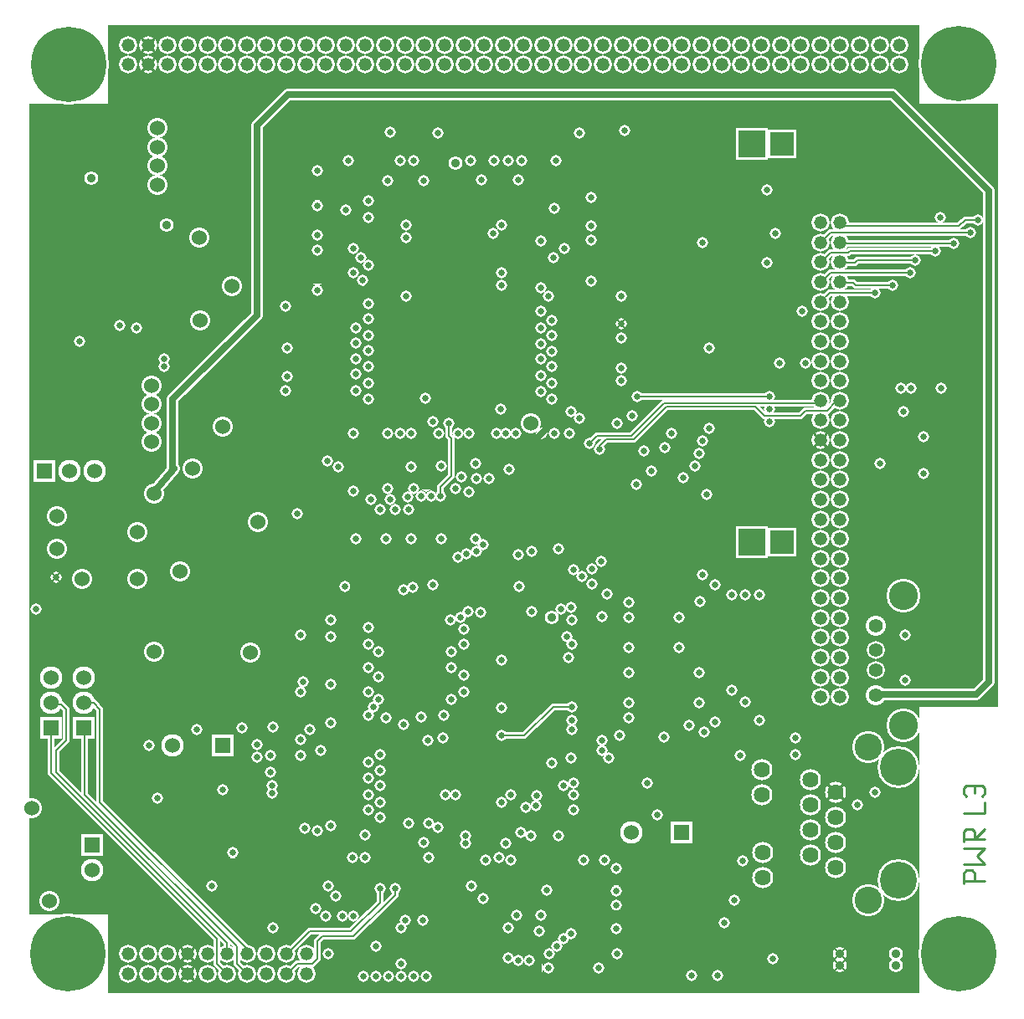
<source format=gbr>
G04 Title: (unknown), layergroup #3 *
G04 Creator: pcb-bin 1.99p *
G04 CreationDate: Sat Nov 20 18:57:41 2004 UTC *
G04 For: clock *
G04 Format: Gerber/RS-274X *
G04 PCB-Dimensions: 394051 394051 *
G04 PCB-Coordinate-Origin: lower left *
%MOIN*%
%FSLAX24Y24*%
G04 contains layers unused (6) *
%IPPOS*%
%ADD11C,0.0070*%
%ADD12C,0.0270*%
%ADD13C,0.0250*%
%ADD14C,0.0450*%
%ADD15C,0.0100*%
%ADD16C,0.0300*%
%ADD17C,0.0400*%
%ADD18C,0.0600*%
%ADD19C,0.0150*%
%ADD20C,0.0350*%
%ADD21R,0.0710X0.0710*%
%ADD22R,0.1010X0.1010*%
%ADD23C,0.0200*%
%ADD24C,0.0080*%
%ADD25R,0.0240X0.0240*%
%ADD26R,0.0540X0.0540*%
%ADD27C,0.0060*%
%ADD28C,0.0110*%
%ADD29C,0.0410*%
%ADD30R,0.0110X0.0110*%
%ADD31R,0.0410X0.0410*%
%ADD32C,0.0500*%
%ADD33R,0.0200X0.0200*%
%ADD34R,0.0500X0.0500*%
%ADD35C,0.0120*%
%ADD36C,0.0420*%
%ADD37R,0.0120X0.0120*%
%ADD38R,0.0420X0.0420*%
%ADD39R,0.0600X0.0600*%
%ADD40R,0.0900X0.0900X0.0600X0.0600*%
%ADD41R,0.0900X0.0900*%
%ADD42C,0.0900X0.0600*%
%ADD43C,0.0900*%
%ADD44R,0.1230X0.1230*%
%ADD45R,0.1530X0.1530*%
%ADD46R,0.0290X0.0290*%
%ADD47C,0.0520*%
%AMTHERM1*7,0,0,0.0720,0.0520,0.0110,45*%
%ADD48THERM1*%
%ADD49C,0.0720X0.0520*%
%ADD50C,0.0720*%
%AMTHERM2*7,0,0,0.0900,0.0600,0.0150,45*%
%ADD51THERM2*%
%ADD52C,0.3000*%
%ADD53C,0.3200X0.3000*%
%ADD54C,0.3200*%
%ADD55R,0.0470X0.0470*%
%ADD56R,0.0490X0.0490*%
%ADD57R,0.0790X0.0790*%
%ADD58R,0.0150X0.0150*%
%ADD59R,0.0450X0.0450*%
%ADD60C,0.1080*%
%ADD61C,0.0230*%
%AMTHERM3*7,0,0,0.1280,0.1080,0.0230,45*%
%ADD62THERM3*%
%ADD63C,0.1280X0.1080*%
%ADD64C,0.1280*%
%ADD65C,0.0640*%
%ADD66C,0.0840X0.0640*%
%ADD67C,0.0840*%
%AMTHERM4*7,0,0,0.0840,0.0640,0.0120,45*%
%ADD68THERM4*%
%ADD69C,0.1470*%
%ADD70C,0.1670X0.1470*%
%ADD71C,0.1670*%
%ADD72C,0.0145*%
%AMTHERM5*7,0,0,0.0840,0.0640,0.0145,45*%
%ADD73THERM5*%
%ADD74C,0.1150*%
%AMTHERM6*7,0,0,0.1350,0.1150,0.0120,45*%
%ADD75THERM6*%
%ADD76C,0.1350X0.1150*%
%ADD77C,0.1350*%
%ADD78C,0.0560*%
%ADD79C,0.0720X0.0560*%
%ADD80C,0.0800X0.0560*%
%ADD81C,0.0800*%
%AMTHERM7*7,0,0,0.0800,0.0560,0.0100,45*%
%ADD82THERM7*%
%ADD83C,0.0160*%
%ADD84C,0.0460*%
%ADD85R,0.0160X0.0160*%
%ADD86R,0.0460X0.0460*%
%ADD87R,0.2000X0.2000*%
%ADD88R,0.2200X0.2200*%
%ADD89R,0.2350X0.2350*%
%ADD90R,0.1100X0.1100*%
%ADD91R,0.1300X0.1300X0.1100X0.1100*%
%ADD92R,0.1300X0.1300*%
%ADD93R,0.0950X0.0950*%
%ADD94R,0.1150X0.1150X0.0950X0.0950*%
%ADD95R,0.1150X0.1150*%
%ADD96R,0.1180X0.1180*%
%ADD97R,0.1380X0.1380*%
%ADD98R,0.0400X0.0400*%
%ADD99R,0.1000X0.1000*%
%ADD100R,0.1200X0.1200*%
%ADD101R,0.0300X0.0300*%
%ADD102R,0.0250X0.0250*%
%ADD103R,0.0170X0.0170*%
%ADD104R,0.0560X0.0560*%
%ADD105R,0.0860X0.0860*%
%ADD106R,0.1220X0.1220*%
%ADD107R,0.1520X0.1520*%
%ADD108R,0.0800X0.0800*%
%ADD109C,0.0084*%
%ADD110C,0.0092*%
%ADD111C,0.0450X0.0250*%
%ADD112C,0.0125*%
%AMTHERM8*7,0,0,0.0800,0.0600,0.0125,45*%
%ADD113THERM8*%
%ADD114C,0.0800X0.0600*%
%ADD115C,0.0075*%
%AMTHERM9*7,0,0,0.0450,0.0250,0.0075,45*%
%ADD116THERM9*%
%ADD117C,0.0360*%
%ADD118C,0.0560X0.0360*%
%AMTHERM10*7,0,0,0.0560,0.0360,0.0080,45*%
%ADD119THERM10*%
%LNGROUP_2*%
%LPD*%
G01X0Y0D02*
G54D15*G36*
X15950Y20905D02*X16450D01*
Y20505D01*
X15950D01*
Y20905D01*
G37*
G36*
X393Y35861D02*X3543D01*
Y39011D01*
X35826D01*
Y35861D01*
X38976D01*
Y11846D01*
X36220D01*
X35826D01*
Y428D01*
X3543D01*
Y3578D01*
X393D01*
Y35861D01*
G37*
%LNCUTS*%
%LPC*%
G54D14*X16200Y20655D03*
X38600Y32405D02*X34750Y36255D01*
X38600Y12855D02*Y32405D01*
X38100Y12355D02*X38600Y12855D01*
G54D12*X38150Y31255D02*X37650D01*
X37400Y31005D01*
G54D14*X34100Y12355D02*X38100D01*
X10700Y36255D02*X34700D01*
X9450Y35005D02*X10700Y36255D01*
X9450Y27455D02*Y35005D01*
G54D12*X32750Y30305D02*X32700Y30355D01*
X32294Y30755D02*X31889Y30350D01*
X32850Y31005D02*X32700Y31155D01*
X29650Y23455D02*X31100D01*
X31300Y23655D02*X32150D01*
X32500Y24005D01*
X32700D01*
X31100Y23455D02*X31300Y23655D01*
X29300Y23805D02*X29650Y23455D01*
X24600Y24205D02*X29850D01*
X25650Y23955D02*X31800D01*
X31900Y24055D01*
X25750Y23805D02*X29300D01*
X34050Y28355D02*X32250D01*
X31900Y28005D01*
X34750Y28655D02*X33300D01*
X33200Y28755D01*
X37400Y31005D02*X32850D01*
X33200Y28755D02*X32697D01*
X32677Y28775D01*
X35450Y29155D02*X32300D01*
X31900Y28755D01*
X35650Y29655D02*X33350D01*
X33250Y29555D01*
X32684D01*
X32677Y29562D01*
X36450Y30005D02*X33050D01*
X33000Y29955D01*
X32300D01*
X31900Y29555D01*
X37200Y30305D02*X32750D01*
X37850Y30755D02*X32294D01*
X22700Y22355D02*X23000Y22655D01*
X24450Y22505D02*X25750Y23805D01*
X16750Y20255D02*Y20605D01*
X23000Y22655D02*X24350D01*
X25650Y23955D01*
X23100Y22105D02*Y22255D01*
X23350Y22505D01*
X24450D01*
X16750Y20605D02*X17200Y21055D01*
Y22555D01*
X17100Y22655D01*
Y23155D01*
X9050Y2205D02*X3200Y8055D01*
X8650Y2305D02*X2600Y8355D01*
X3200Y11755D02*X2950Y12005D01*
X3200Y8055D02*Y11755D01*
X2950Y12005D02*X2600D01*
X9050Y2005D02*Y2205D01*
X8650Y1605D02*Y2305D01*
X9050Y1205D02*X8650Y1605D01*
X8250Y2005D02*Y2455D01*
X7850Y1605D02*Y2605D01*
X8250Y1205D02*X7850Y1605D01*
X11050D02*X10650Y1205D01*
X11650Y1605D02*X11050D01*
X11850Y1805D02*X11650Y1605D01*
X11850Y2505D02*Y1805D01*
X12050Y2705D02*X11850Y2505D01*
X11550Y2905D02*X10650Y2005D01*
X13300Y2705D02*X12050D01*
X14950Y4355D02*X13300Y2705D01*
X13200Y2905D02*X11550D01*
X14350Y4055D02*X13200Y2905D01*
X14950Y4605D02*Y4355D01*
X14350Y4605D02*Y4055D01*
G54D14*X5350Y20405D02*X6150Y21355D01*
X5350Y20355D02*Y20405D01*
X6100Y21355D02*Y24105D01*
X9450Y27455D01*
G54D12*X2600Y8355D02*Y11005D01*
X1450Y9255D02*Y10105D01*
X22000Y11855D02*X21250D01*
X20100Y10705D01*
X19200D01*
X1300Y11955D02*X1250Y12005D01*
X1650Y11955D02*X1300D01*
X1850Y11755D02*X1650Y11955D01*
X1850Y10505D02*Y11755D01*
X1450Y10105D02*X1850Y10505D01*
X8250Y2455D02*X1450Y9255D01*
X1250Y9205D02*Y11005D01*
X7850Y2605D02*X1250Y9205D01*
G54D81*X976Y33905D03*
G54D14*X5750Y25405D03*
Y25705D03*
G54D81*X976Y32905D03*
Y34905D03*
X5500Y34155D03*
Y34905D03*
Y32655D03*
Y33405D03*
G54D78*X5850Y31055D03*
X2850Y32905D03*
G54D14*X2400Y26405D03*
X4000Y27055D03*
X4650Y26955D03*
X24100Y34805D03*
X18400Y32855D03*
X19850D03*
X22300Y34705D03*
X20000Y33605D03*
X24500Y34405D03*
X18900Y33605D03*
X19450D03*
X18450D03*
X19200Y29155D03*
Y28655D03*
X20750Y28555D03*
Y30405D03*
X23950Y28205D03*
X26900Y21455D03*
X16800D03*
X16450Y23205D03*
X21900Y22755D03*
X25950D03*
X23100Y22105D03*
X22700Y22355D03*
X23950Y23755D03*
X23800Y23155D03*
X22300Y23355D03*
X20750Y25055D03*
Y24405D03*
X19750Y22755D03*
X20750Y23855D03*
X21300Y22755D03*
X19150Y23705D03*
X21950Y23605D03*
X23950Y24855D03*
X21700Y30105D03*
X21250Y29755D03*
X19200Y27905D03*
X21050Y28205D03*
X22750Y31005D03*
Y32155D03*
X20850Y33605D03*
X21350D03*
X22750Y29305D03*
Y32655D03*
Y28805D03*
X21300Y31705D03*
X19200Y31055D03*
X18850Y30705D03*
X21900Y33705D03*
X20700Y32005D03*
Y31355D03*
X20750Y29455D03*
Y27605D03*
X21200Y27255D03*
Y26655D03*
Y26005D03*
Y25405D03*
Y24755D03*
Y24105D03*
X20750Y26955D03*
Y26305D03*
Y25705D03*
X23950Y26555D03*
Y27105D03*
Y25355D03*
X15700Y33605D03*
G54D78*X17350Y33505D03*
G54D14*X17950Y33605D03*
X16200D03*
X14750Y34755D03*
X15150Y33605D03*
X13600D03*
X16650Y34705D03*
X15400Y31055D03*
Y30555D03*
X13900Y31355D03*
Y30405D03*
X15400Y28205D03*
X13900Y28555D03*
Y27905D03*
Y29455D03*
X16100Y32805D03*
X13100Y33605D03*
X13900Y32005D03*
X14650Y32805D03*
G54D81*X7350Y32455D03*
G54D14*X11850Y31805D03*
Y32205D03*
Y33205D03*
G54D81*X8450Y28605D03*
X7200Y27255D03*
X7150Y30555D03*
G54D14*X11850Y30055D03*
X13000Y31655D03*
X13300Y30105D03*
X13600Y29755D03*
X13300Y29155D03*
X11850Y30655D03*
X15150Y22755D03*
X14650D03*
X16150Y24155D03*
X18150Y21555D03*
X12250Y21655D03*
G54D81*X8100Y23005D03*
G54D14*X15600Y22755D03*
X16700D03*
X16200D03*
X13300D03*
X19350D03*
X19000D03*
X18400D03*
X17900D03*
X17450D03*
X11850Y28455D03*
X10650Y26155D03*
X13650Y28855D03*
X13900Y27305D03*
X13400Y26955D03*
X13900Y26655D03*
X13400Y26355D03*
X13900Y26055D03*
X13400Y25705D03*
X13900Y25405D03*
X13400Y25105D03*
X13900Y24755D03*
X13400Y24455D03*
X13900Y24105D03*
X12750Y23855D03*
X10600Y23355D03*
X10650Y25005D03*
X10600Y24455D03*
X11850Y28855D03*
X10600Y26705D03*
Y27805D03*
X29750Y32455D03*
Y29555D03*
X16400Y20255D03*
X18200Y20955D03*
X18700D03*
X27200Y22455D03*
X27450Y22955D03*
X27200Y17105D03*
X24566Y20721D03*
X27350Y20305D03*
X16800Y18555D03*
X17450Y17805D03*
X21450Y18155D03*
X20400Y18055D03*
X22050Y18155D03*
X22750Y30455D03*
X31300Y25555D03*
X30250D03*
X27450Y26155D03*
X29850Y26105D03*
X31150Y27605D03*
X27350Y29455D03*
X27200Y30355D03*
X24600Y24205D03*
X25683Y22188D03*
X27050Y21955D03*
X24850Y22055D03*
X24400Y23455D03*
X26433Y20971D03*
X25150Y21255D03*
X29850Y24205D03*
Y24755D03*
Y23205D03*
Y23705D03*
X38150Y31255D03*
X37850Y30755D03*
X37200Y30305D03*
X30100Y30705D03*
X36450Y30005D03*
X35650Y29655D03*
X36650Y31355D03*
X36150D03*
X35450Y29155D03*
X35500Y24555D03*
X36200D03*
X36000Y21155D03*
Y22605D03*
X34750Y28655D03*
X34050Y28355D03*
X36700Y24555D03*
X35100D03*
X19850Y1755D03*
X20300D03*
X21050Y1455D03*
X20650D03*
X21100Y2005D03*
X21400Y2305D03*
X21650Y2605D03*
X21950Y2805D03*
X26750Y1155D03*
X22550Y1455D03*
X23050D03*
X23750Y4505D03*
Y3955D03*
X23800Y2005D03*
X21650Y8705D03*
X21950Y9805D03*
X23450D03*
X23900Y10705D03*
X25000Y8805D03*
X25400Y7555D03*
X20600Y8305D03*
X22050Y8355D03*
X21200Y9605D03*
X28800Y5705D03*
X28450Y4155D03*
X28050Y3255D03*
X27800Y1155D03*
X30000Y1805D03*
X20550Y7905D03*
X20700Y2905D03*
X20750Y3555D03*
X19550Y8355D03*
X21000Y4555D03*
X20350Y6705D03*
X19550Y5755D03*
X23750Y3005D03*
Y5405D03*
Y3505D03*
Y4905D03*
X23300Y5755D03*
X22050Y7255D03*
X21900Y5805D03*
X22450Y5755D03*
X21450Y6705D03*
G54D78*X32650Y2005D03*
G54D14*X34050Y8455D03*
G54D78*X32650Y1555D03*
X34900Y2005D03*
Y1555D03*
G54D14*X17750Y6705D03*
Y6405D03*
X18450Y4205D03*
X18000Y4705D03*
X33350Y7955D03*
X35250Y14705D03*
Y12905D03*
X17150Y15305D03*
X17550Y15405D03*
X35200Y23605D03*
X27700Y16705D03*
X22800Y17355D03*
X34250Y21555D03*
X24250Y14205D03*
Y15405D03*
X17850Y15655D03*
X26250Y14205D03*
X27050Y13205D03*
Y12005D03*
X27250Y10855D03*
X30900Y10605D03*
Y9955D03*
X29450Y11305D03*
X28700Y9905D03*
X27700Y11255D03*
X28900Y12055D03*
X29450Y16305D03*
X28900D03*
X28350D03*
X18350Y15605D03*
X24250Y12605D03*
X26250Y14805D03*
X20400Y15655D03*
X19200Y14655D03*
X23200Y10505D03*
X22000Y11855D03*
X19200Y12755D03*
X22000Y11305D03*
X19200Y11805D03*
Y13705D03*
X26250Y15405D03*
X27100Y16055D03*
X24250Y16005D03*
X28350Y12505D03*
X26250Y12605D03*
X26650Y11105D03*
X23200Y11305D03*
X24250Y11405D03*
X23200Y10105D03*
X25650Y10655D03*
X24050Y8655D03*
X24250Y12005D03*
X13900Y11505D03*
Y12455D03*
X14100Y11855D03*
X14350Y9955D03*
X14600Y11405D03*
X15300Y11155D03*
X16850Y10605D03*
X16000Y11455D03*
X11200Y10555D03*
X12400Y11205D03*
X19200D03*
G54D81*X5250Y23905D03*
G54D14*X5150Y10305D03*
G54D81*X5350Y14055D03*
X5250Y24655D03*
X6900Y21355D03*
X6400Y17255D03*
G54D14*X14650Y20555D03*
X14600Y18555D03*
X15600D03*
X14000Y20605D03*
G54D81*X9500Y19205D03*
G54D14*X9450Y9855D03*
X11550Y10955D03*
X12400Y11805D03*
X12000Y10105D03*
X9450Y10355D03*
X10000Y9905D03*
X10050Y8705D03*
X11200Y12455D03*
X13900Y13405D03*
Y14355D03*
Y15005D03*
X16450Y16705D03*
X14300Y13055D03*
Y12155D03*
Y14055D03*
X15650Y16605D03*
X15300Y16505D03*
X21950Y15805D03*
X21550Y15755D03*
X24250Y13205D03*
X22000Y14355D03*
X22050Y17305D03*
X24250Y14805D03*
X19900Y16655D03*
X19850Y17905D03*
X18200Y18055D03*
X22400Y17055D03*
X22800Y16755D03*
X17800Y17955D03*
X18450Y18305D03*
X18150Y18555D03*
X16200D03*
G54D81*X2500Y16955D03*
X5350Y20355D03*
Y15505D03*
X4700Y16955D03*
Y18805D03*
G54D14*X4450Y13155D03*
Y11855D03*
Y12505D03*
X7050Y10955D03*
X16900Y11505D03*
X16250Y10505D03*
X17200Y12155D03*
X17700Y12455D03*
Y13105D03*
X17200Y13405D03*
Y14055D03*
X17700Y14355D03*
Y14955D03*
X21850Y13805D03*
X19200Y10705D03*
X22000Y10955D03*
X21800Y14655D03*
X19200Y15305D03*
X11050Y19555D03*
X13300Y20455D03*
G54D81*X9200Y14005D03*
G54D14*X11300Y12855D03*
X8850Y11005D03*
X13400Y18555D03*
X14000D03*
X12400Y13705D03*
Y15305D03*
Y14655D03*
Y12755D03*
G54D81*X500Y7805D03*
G54D14*X11200Y11505D03*
X10100Y11055D03*
X8100Y8555D03*
X10050Y8405D03*
X5500Y8205D03*
X10000Y9255D03*
X13900Y7755D03*
X14350Y8055D03*
X13900Y8355D03*
Y9655D03*
X14350Y9305D03*
X13900Y9005D03*
X14350Y8705D03*
G54D78*X21200Y15405D03*
G54D14*X23400Y16355D03*
X23200Y15455D03*
X23150Y17655D03*
X22000Y15305D03*
X23150Y14555D03*
X22050Y7755D03*
X23200Y10955D03*
X22050Y8805D03*
X15700Y20555D03*
X17100Y23155D03*
G54D81*X20350D03*
G54D14*X17600Y21005D03*
X16200Y20655D03*
X15450Y20205D03*
X14950Y19705D03*
X14750Y20105D03*
X15500Y19705D03*
X14350D03*
X19500Y21305D03*
X20800Y22755D03*
X13800D03*
X13350Y16655D03*
X20400D03*
X11200Y15205D03*
X12950Y16655D03*
X11200Y14705D03*
X17900Y20405D03*
X14000Y20105D03*
X16750Y20255D03*
X16000D03*
X17350Y20555D03*
X12700Y21405D03*
X15600D03*
G54D81*X5250Y22405D03*
Y23155D03*
G54D14*X1450Y17005D03*
X650Y15755D03*
G54D81*X1500Y18155D03*
Y19455D03*
G54D14*X24750Y4455D03*
X25050Y1405D03*
X25550Y1155D03*
X25450Y3255D03*
X16100Y6455D03*
X11200Y9905D03*
X11350Y7005D03*
X11850Y6905D03*
X12400Y7105D03*
G54D81*X1200Y4105D03*
G54D14*X16650Y7055D03*
X12600Y4305D03*
X15200Y3055D03*
X16050Y3355D03*
X15350D03*
X13300Y3505D03*
X12850D03*
X12200D03*
X11800Y3805D03*
X13250Y5855D03*
X12250Y5805D03*
X14200Y2305D03*
X14950Y4605D03*
X14350D03*
X12300Y2005D03*
Y4705D03*
X10106Y3055D03*
X13700Y2305D03*
X19350Y6405D03*
X20150Y7855D03*
X19950Y6855D03*
X19100Y5855D03*
X19200Y8055D03*
X17350Y8355D03*
X16950D03*
X18550Y2355D03*
Y5755D03*
X19450Y1855D03*
X19500Y4655D03*
X19450Y3055D03*
X18550Y3455D03*
X19800Y3555D03*
X16950Y4705D03*
X13750Y6755D03*
Y5855D03*
X11150Y8655D03*
X7650Y4155D03*
Y4705D03*
X8500Y5655D03*
Y6055D03*
X8400Y5055D03*
X15500Y7205D03*
X16300D03*
X14350Y7455D03*
X19200Y7105D03*
X16300Y5855D03*
X15800D03*
X20450Y5805D03*
X21100D03*
X13700Y1105D03*
X14700D03*
X14200D03*
X15200D03*
X15700D03*
X16200D03*
X15200Y1605D03*
G54D54*X37409Y37468D03*
G54D50*X31889Y22476D03*
X32677D03*
X35039Y38224D03*
Y37436D03*
X34252D03*
Y38224D03*
X33464D03*
Y37436D03*
X32677Y38224D03*
Y37436D03*
X31889D03*
X31102D03*
X30315D03*
X29527D03*
X31889Y38224D03*
X31102D03*
X30315D03*
X29527D03*
X28740D03*
Y37436D03*
X27952Y38224D03*
Y37436D03*
X27165Y38224D03*
Y37436D03*
X26378Y38224D03*
Y37436D03*
X25590Y38224D03*
Y37436D03*
X24803Y38224D03*
Y37436D03*
X24015Y38224D03*
Y37436D03*
X23228Y38224D03*
Y37436D03*
X22441Y38224D03*
Y37436D03*
G54D54*X1968D03*
G54D92*X29177Y34271D03*
G54D95*X30377D03*
G54D50*X31889Y31137D03*
X32677D03*
Y30350D03*
X31889D03*
Y29562D03*
X32677D03*
X31889Y28775D03*
X32677D03*
X31889Y27987D03*
X32677D03*
X31889Y27200D03*
X32677D03*
X31889Y26413D03*
X32677D03*
X31889Y25625D03*
X32677D03*
X31889Y24838D03*
X32677D03*
X31889Y24050D03*
X32677D03*
X31889Y23263D03*
X32677D03*
G54D92*X29177Y18421D03*
G54D95*X30377D03*
G54D50*X31889Y17751D03*
Y21688D03*
X32677D03*
X31889Y20901D03*
X32677D03*
X31889Y20113D03*
X32677D03*
X31889Y19326D03*
X32677D03*
X31889Y18539D03*
G54D41*X1000Y21255D03*
G54D43*X2000D03*
X3000D03*
G54D41*X8100Y10305D03*
G54D43*X6100D03*
G54D41*X2550Y11005D03*
G54D43*Y12005D03*
Y13005D03*
G54D77*X35180Y11115D03*
Y16285D03*
G54D50*X34110Y13295D03*
Y14095D03*
G54D71*X35000Y9455D03*
G54D81*X34110Y12315D03*
Y15075D03*
G54D64*X33800Y10255D03*
Y4155D03*
G54D71*X35000Y4955D03*
G54D41*X26350Y6855D03*
G54D43*X24350D03*
G54D67*X31500Y8955D03*
X29550Y9355D03*
Y8355D03*
X31500Y7955D03*
X29600Y5055D03*
Y6055D03*
X31500Y6955D03*
Y5955D03*
X32500Y5455D03*
Y6455D03*
Y7455D03*
Y8455D03*
G54D50*X32677Y18539D03*
Y17751D03*
Y16964D03*
X31889D03*
Y16176D03*
Y15389D03*
Y14601D03*
X32677D03*
Y16176D03*
Y15389D03*
X31889Y13814D03*
X32677D03*
X31889Y13027D03*
X32677D03*
X31889Y12239D03*
X32677D03*
X21653Y38224D03*
Y37436D03*
X20866Y38224D03*
Y37436D03*
X20078Y38224D03*
Y37436D03*
X19291Y38224D03*
Y37436D03*
X18503Y38224D03*
Y37436D03*
X17716Y38224D03*
Y37436D03*
X16929Y38224D03*
Y37436D03*
X16141Y38224D03*
Y37436D03*
X15354Y38224D03*
Y37436D03*
X14566Y38224D03*
Y37436D03*
X13779Y38224D03*
Y37436D03*
X12992Y38224D03*
Y37436D03*
X12204Y38224D03*
Y37436D03*
X11417Y38224D03*
Y37436D03*
X10629Y38224D03*
Y37436D03*
X9842Y38224D03*
Y37436D03*
X9055Y38224D03*
Y37436D03*
X8267Y38224D03*
Y37436D03*
X7480Y38224D03*
Y37436D03*
X6692Y38224D03*
Y37436D03*
X5905Y38224D03*
X5118D03*
X4330D03*
Y37436D03*
X5118D03*
X5905D03*
G54D54*X1937Y1995D03*
G54D41*X1250Y11005D03*
G54D43*Y12005D03*
Y13005D03*
G54D41*X2900Y6355D03*
G54D43*Y5355D03*
G54D50*X11417Y2003D03*
Y1216D03*
X10629D03*
Y2003D03*
X9842D03*
Y1216D03*
X9055D03*
X8267D03*
X9055Y2003D03*
X8267D03*
X7480D03*
Y1216D03*
X6692D03*
X5905D03*
X5118D03*
X4330D03*
X6692Y2003D03*
X5905D03*
X5118D03*
X4330D03*
G54D54*X37401D03*
%LNTRACKS*%
%LPD*%
G54D15*G36*
X10150Y27105D02*X11150D01*
Y26455D01*
X10150D01*
Y27105D01*
G37*
G36*
X23950Y15105D02*X26550D01*
Y14505D01*
X23950D01*
Y15105D01*
G37*
G36*
Y12855D02*X26540D01*
Y12305D01*
X23950D01*
Y12855D01*
G37*
G36*
X22800Y11755D02*X23500D01*
Y10755D01*
X22800D01*
Y11755D01*
G37*
G36*
X12100Y14005D02*X12750D01*
Y13355D01*
X12100D01*
Y14005D01*
G37*
G36*
X12050Y12065D02*X12800D01*
Y11505D01*
X12050D01*
Y12065D01*
G37*
G36*
X10900Y11805D02*X11500D01*
Y11205D01*
X10900D01*
Y11805D01*
G37*
G36*
X11550Y8355D02*X10850D01*
Y9005D01*
X11550D01*
Y8355D01*
G37*
G36*
X8850Y4755D02*X8150D01*
Y5805D01*
X8850D01*
Y4755D01*
G37*
G36*
X7200Y4305D02*X7950Y3555D01*
Y4405D01*
X7100D01*
X7200Y4305D01*
G37*
G36*
X15950Y23005D02*X16300D01*
X16450Y22855D01*
Y22505D01*
X15950D01*
Y23005D01*
G37*
G36*
X18150D02*X18650D01*
Y22505D01*
X18150D01*
Y23005D01*
G37*
G36*
X20500Y24105D02*X20850D01*
X21000Y23955D01*
Y23605D01*
X20500D01*
Y24105D01*
G37*
G36*
X18200Y33955D02*Y33205D01*
X18650D01*
Y33955D01*
X18200D01*
G37*
G36*
X16500Y33255D02*Y33905D01*
X15950D01*
Y33255D01*
X16500D01*
G37*
G36*
X13350Y33905D02*X13900D01*
Y33255D01*
X13350D01*
Y33905D01*
G37*
G36*
X11500Y32555D02*X12250D01*
Y32055D01*
X11500D01*
Y32555D01*
G37*
G36*
Y29155D02*X12250D01*
Y28705D01*
X11500D01*
Y29155D01*
G37*
G36*
X13650Y28305D02*Y28555D01*
X13900Y28805D01*
X14150D01*
Y28305D01*
X13650D01*
G37*
G36*
X13550Y30705D02*X14250D01*
Y30106D01*
X13550D01*
Y30705D01*
G37*
G36*
X20250Y32255D02*X21000D01*
Y31005D01*
X20250D01*
Y32255D01*
G37*
G36*
X22400Y32955D02*X23050D01*
Y32395D01*
X22400D01*
Y32955D01*
G37*
G36*
X22250Y33405D02*X21650D01*
Y33955D01*
X22250D01*
Y33405D01*
G37*
G36*
X20550Y33255D02*X21100D01*
Y33955D01*
X20550D01*
Y33255D01*
G37*
G36*
X24250Y34155D02*Y34555D01*
X24350Y34655D01*
X24750D01*
Y34155D01*
X24250D01*
G37*
G36*
X27000Y29805D02*X27777D01*
Y29155D01*
X27000D01*
Y29805D01*
G37*
G36*
X29500Y26455D02*X30200D01*
Y25805D01*
X29500D01*
Y26455D01*
G37*
G36*
Y25055D02*X30200D01*
Y24455D01*
X29500D01*
Y25055D01*
G37*
G36*
X36450Y24205D02*X35900D01*
Y24955D01*
X36450D01*
Y24205D01*
G37*
G36*
X35850Y31605D02*X36400D01*
Y31155D01*
X35850D01*
Y31605D01*
G37*
G36*
X14150Y23155D02*X13550D01*
Y22455D01*
X14150D01*
Y23155D01*
G37*
G36*
X15900Y18905D02*X16500D01*
Y18255D01*
X15900D01*
Y18905D01*
G37*
G36*
X13700Y18855D02*X14300D01*
Y18205D01*
X13700D01*
Y18855D01*
G37*
G36*
X13750Y20855D02*X14250D01*
Y20355D01*
X13750D01*
Y20855D01*
G37*
G36*
X15950Y20955D02*X16450D01*
Y20505D01*
X15950D01*
Y20955D01*
G37*
G36*
X10850Y15505D02*X11650D01*
Y14955D01*
X10850D01*
Y15505D01*
G37*
G36*
X13750Y16205D02*X13170D01*
Y17005D01*
X13750D01*
Y16205D01*
G37*
G36*
X18800Y14255D02*X19650D01*
Y15555D01*
X18800D01*
Y14255D01*
G37*
G36*
X18750Y13155D02*X19700D01*
Y12355D01*
X18750D01*
Y13155D01*
G37*
G36*
X18850Y11505D02*X19600D01*
Y10955D01*
X18850D01*
Y11505D01*
G37*
G36*
X21700Y7505D02*X22350D01*
Y6955D01*
X21700D01*
Y7505D01*
G37*
G36*
X20160Y6105D02*X22200D01*
Y5455D01*
X20160D01*
Y6105D01*
G37*
G36*
X25750Y2955D02*X25150D01*
Y3605D01*
X25750D01*
Y2955D01*
G37*
G36*
X25100Y4105D02*X24450D01*
Y4735D01*
X25100D01*
Y4105D01*
G37*
G36*
X24750Y1705D02*X25850D01*
Y755D01*
X24750D01*
Y1705D01*
G37*
G36*
X22300D02*X22800D01*
Y1205D01*
X22300D01*
Y1705D01*
G37*
G36*
X20400Y1505D02*X20600Y1705D01*
X20800D01*
Y1205D01*
X20400D01*
Y1505D01*
G37*
G36*
X18150Y3805D02*X18850D01*
Y1805D01*
X18150D01*
Y3805D01*
G37*
G36*
X13450Y2555D02*X13950D01*
Y2055D01*
X13450D01*
Y2555D01*
G37*
G36*
X3950Y13555D02*X4900D01*
Y11405D01*
X3950D01*
Y13555D01*
G37*
G36*
X4850Y16005D02*X5850D01*
Y14955D01*
X4850D01*
Y16005D01*
G37*
G36*
X500Y35455D02*X1500D01*
Y32155D01*
X500D01*
Y35455D01*
G37*
G36*
X8000Y33155D02*X6700D01*
Y31605D01*
X8000D01*
Y33155D01*
G37*
G36*
X22800Y14905D02*X23550D01*
Y14055D01*
X22800D01*
Y14905D01*
G37*
G36*
X20850Y16255D02*X20150D01*
Y17005D01*
X20850D01*
Y16255D01*
G37*
G36*
X22450Y17855D02*X21750D01*
Y18505D01*
X22450D01*
Y17855D01*
G37*
G36*
X23650Y9005D02*X24550D01*
Y8155D01*
X23650D01*
Y9005D01*
G37*
G36*
X18850Y7405D02*X19600D01*
Y6705D01*
X18850D01*
Y7405D01*
G37*
G36*
X16500Y5105D02*X17550D01*
Y4205D01*
X16500D01*
Y5105D01*
G37*
G36*
X23350Y5155D02*X24150D01*
Y4735D01*
X23350D01*
Y5155D01*
G37*
G36*
Y3755D02*X24250D01*
Y3255D01*
X23350D01*
Y3755D01*
G37*
G36*
X19150Y5005D02*X19900D01*
Y4255D01*
X19150D01*
Y5005D01*
G37*
G36*
X15400Y6155D02*X16050D01*
Y5505D01*
X15400D01*
Y6155D01*
G37*
G36*
X11900Y6105D02*X12600D01*
Y5485D01*
X11900D01*
Y6105D01*
G37*
G36*
X11050Y22855D02*X9750D01*
Y23805D01*
X11050D01*
Y22855D01*
G37*
G36*
X13250Y23505D02*X12250D01*
Y24205D01*
X13250D01*
Y23505D01*
G37*
G36*
X23600Y24005D02*X24250D01*
Y23705D01*
X24050Y23505D01*
X23600D01*
Y24005D01*
G37*
G36*
X20350Y29005D02*X21000D01*
Y29705D01*
X20350D01*
Y29005D01*
G37*
G36*
X22400Y29605D02*X23150D01*
Y29055D01*
X22400D01*
Y29605D01*
G37*
G36*
X18800Y28255D02*X19700D01*
Y27555D01*
X18800D01*
Y28255D01*
G37*
G54D11*X2950Y12005D02*X2600D01*
X16750Y20255D02*Y20605D01*
X17100Y22655D02*Y23155D01*
X17200Y22555D02*X17100Y22655D01*
X17200Y21055D02*Y22555D01*
X16750Y20605D02*X17200Y21055D01*
X3200Y8055D02*Y11755D01*
X2950Y12005D01*
G54D13*X6100Y24105D02*X9450Y27455D01*
X6100Y21355D02*Y24105D01*
X21100Y23055D02*X20550Y22505D01*
G54D11*X25750Y23805D02*X29300D01*
X24450Y22505D02*X25750Y23805D01*
X23350Y22505D02*X24450D01*
X23100Y22255D02*X23350Y22505D01*
X23100Y22105D02*Y22255D01*
X31800Y23955D02*X31900Y24055D01*
X25650Y23955D02*X31800D01*
X24350Y22655D02*X25650Y23955D01*
X23000Y22655D02*X24350D01*
X22700Y22355D02*X23000Y22655D01*
X24600Y24205D02*X29850D01*
X32850Y31005D02*X32700Y31155D01*
X37400Y31005D02*X32850D01*
X37650Y31255D02*X37400Y31005D01*
X38150Y31255D02*X37650D01*
X32294Y30755D02*X31889Y30350D01*
X37850Y30755D02*X32294D01*
X32750Y30305D02*X32700Y30355D01*
X37200Y30305D02*X32750D01*
X32300Y29955D02*X31900Y29555D01*
X33000Y29955D02*X32300D01*
X33050Y30005D02*X33000Y29955D01*
X36450Y30005D02*X33050D01*
X32684Y29555D02*X32677Y29562D01*
X33250Y29555D02*X32684D01*
X33350Y29655D02*X33250Y29555D01*
X35650Y29655D02*X33350D01*
X32300Y29155D02*X31900Y28755D01*
X35450Y29155D02*X32300D01*
X32697Y28755D02*X32677Y28775D01*
X33200Y28755D02*X32697D01*
X33300Y28655D02*X33200Y28755D01*
X34750Y28655D02*X33300D01*
X32250Y28355D02*X31900Y28005D01*
X34050Y28355D02*X32250D01*
X20100Y10705D02*X19200D01*
X21250Y11855D02*X20100Y10705D01*
X22000Y11855D02*X21250D01*
X31100Y23455D02*X31300Y23655D01*
X29300Y23805D02*X29650Y23455D01*
X32500Y24005D02*X32700D01*
X32150Y23655D02*X32500Y24005D01*
X31300Y23655D02*X32150D01*
X29650Y23455D02*X31100D01*
X14350Y4605D02*Y4055D01*
X13200Y2905D01*
X11550D01*
X10650Y2005D01*
X14950Y4605D02*Y4355D01*
X13300Y2705D01*
X12050D01*
X11850Y2505D01*
Y1805D01*
X11650Y1605D01*
X11050D01*
X10650Y1205D01*
G54D13*X34100Y12355D02*X38100D01*
X38600Y12855D01*
Y32405D01*
X34750Y36255D01*
X9450Y27455D02*Y35005D01*
X10700Y36255D01*
X5350Y20355D02*Y20405D01*
X6150Y21355D01*
X10700Y36255D02*X34700D01*
G54D11*X8250Y1205D02*X7850Y1605D01*
Y2605D01*
X1250Y9205D01*
Y11005D01*
X8250Y2005D02*Y2455D01*
X1450Y9255D01*
Y10105D01*
X1850Y10505D01*
Y11755D01*
X1650Y11955D01*
X1300D01*
X1250Y12005D01*
X9050Y1205D02*X8650Y1605D01*
Y2305D01*
X2600Y8355D01*
Y11005D01*
X9050Y2005D02*Y2205D01*
X3200Y8055D01*
G04 Text: PWR L3 *
G54D109*X37600Y4910D02*X38440D01*
X37600Y5225D02*Y4805D01*
Y5225D02*X37705Y5330D01*
X37915D01*
X38020Y5225D02*X37915Y5330D01*
X38020Y5225D02*Y4910D01*
X37600Y5582D02*X38440D01*
X38125Y5897D01*
X38440Y6212D01*
X37600D02*X38440D01*
X37600Y6884D02*Y6464D01*
Y6884D02*X37705Y6989D01*
X37915D01*
X38020Y6884D02*X37915Y6989D01*
X38020Y6884D02*Y6569D01*
X37600D02*X38440D01*
X38020D02*X38440Y6989D01*
X37600Y7619D02*X38440D01*
Y8039D02*Y7619D01*
X37705Y8291D02*X37600Y8396D01*
Y8606D02*Y8396D01*
Y8606D02*X37705Y8711D01*
X38335D01*
X38440Y8606D02*X38335Y8711D01*
X38440Y8606D02*Y8396D01*
X38335Y8291D02*X38440Y8396D01*
X38020Y8711D02*Y8396D01*
G54D39*X8100Y10305D03*
G54D18*X6100D03*
G54D47*X31889Y31137D03*
X32677D03*
Y30350D03*
X31889D03*
Y29562D03*
X32677D03*
X31889Y28775D03*
X32677D03*
X31889Y27987D03*
X32677D03*
X31889Y27200D03*
X32677D03*
X31889Y26413D03*
X32677D03*
X31889Y25625D03*
X32677D03*
X31889Y24838D03*
X32677D03*
X31889Y24050D03*
X32677D03*
X31889Y23263D03*
X32677D03*
X31889Y22476D03*
G54D28*X31637Y22728D02*X32141Y22224D01*
X31637D02*X32141Y22728D01*
G54D47*X32677Y22476D03*
X31889Y21688D03*
X32677D03*
X31889Y20901D03*
X32677D03*
X31889Y20113D03*
X32677D03*
X31889Y19326D03*
X32677D03*
X31889Y18539D03*
X32677D03*
X31889Y17751D03*
X32677D03*
X31889Y16964D03*
X32677D03*
X31889Y16176D03*
X32677D03*
X31889Y15389D03*
X32677D03*
X31889Y14601D03*
X32677D03*
X31889Y13814D03*
X32677D03*
X31889Y13027D03*
X32677D03*
X31889Y12239D03*
X32677D03*
G54D39*X2900Y6355D03*
G54D18*Y5355D03*
G54D47*X11417Y2003D03*
Y1216D03*
X10629D03*
Y2003D03*
X9842D03*
Y1216D03*
X9055Y2003D03*
Y1216D03*
X8267Y2003D03*
Y1216D03*
X7480Y2003D03*
Y1216D03*
X6692Y2003D03*
G54D28*X6440Y2255D02*X6944Y1751D01*
X6440D02*X6944Y2255D01*
G54D47*X6692Y1216D03*
G54D28*X6440Y1468D02*X6944Y964D01*
X6440D02*X6944Y1468D01*
G54D47*X5905Y2003D03*
Y1216D03*
X5118Y2003D03*
Y1216D03*
X4330Y2003D03*
Y1216D03*
G54D39*X1250Y11005D03*
G54D18*Y12005D03*
Y13005D03*
G54D52*X37401Y2003D03*
X1937Y1995D03*
X1968Y37436D03*
X37409Y37468D03*
G54D39*X26350Y6855D03*
G54D18*X24350D03*
G54D47*X35039Y38224D03*
Y37436D03*
X34252D03*
Y38224D03*
X33464D03*
Y37436D03*
X32677Y38224D03*
Y37436D03*
X31889Y38224D03*
Y37436D03*
X31102Y38224D03*
Y37436D03*
X30315Y38224D03*
Y37436D03*
X29527Y38224D03*
Y37436D03*
X28740Y38224D03*
Y37436D03*
X27952Y38224D03*
Y37436D03*
X27165Y38224D03*
Y37436D03*
X26378Y38224D03*
Y37436D03*
X25590Y38224D03*
Y37436D03*
X24803Y38224D03*
Y37436D03*
X24015Y38224D03*
Y37436D03*
X23228Y38224D03*
Y37436D03*
X22441Y38224D03*
Y37436D03*
X21653Y38224D03*
Y37436D03*
X20866Y38224D03*
Y37436D03*
X20078Y38224D03*
Y37436D03*
X19291Y38224D03*
Y37436D03*
X18503Y38224D03*
Y37436D03*
X17716Y38224D03*
Y37436D03*
X16929Y38224D03*
Y37436D03*
X16141Y38224D03*
Y37436D03*
X15354Y38224D03*
Y37436D03*
X14566Y38224D03*
Y37436D03*
X13779Y38224D03*
Y37436D03*
X12992Y38224D03*
Y37436D03*
X12204Y38224D03*
Y37436D03*
X11417Y38224D03*
Y37436D03*
X10629Y38224D03*
Y37436D03*
X9842Y38224D03*
Y37436D03*
X9055Y38224D03*
Y37436D03*
X8267Y38224D03*
Y37436D03*
X7480Y38224D03*
Y37436D03*
X6692Y38224D03*
Y37436D03*
X5905Y38224D03*
X5118D03*
G54D28*X4866Y38476D02*X5370Y37972D01*
X4866D02*X5370Y38476D01*
G54D47*X4330Y38224D03*
Y37436D03*
X5118D03*
G54D28*X4866Y37688D02*X5370Y37184D01*
X4866D02*X5370Y37688D01*
G54D47*X5905Y37436D03*
G54D60*X33800Y4155D03*
Y10255D03*
G54D65*X31500Y8955D03*
X29550Y9355D03*
Y8355D03*
X29600Y5055D03*
Y6055D03*
X31500Y7955D03*
G54D69*X35000Y4955D03*
Y9455D03*
G54D65*X31500Y6955D03*
Y5955D03*
X32500Y5455D03*
Y6455D03*
Y7455D03*
Y8455D03*
G54D72*X32206Y8749D02*X32794Y8161D01*
X32206D02*X32794Y8749D01*
G54D39*X2550Y11005D03*
G54D18*Y12005D03*
Y13005D03*
G54D74*X35180Y11115D03*
Y16285D03*
G54D78*X34110Y13295D03*
Y14095D03*
Y12315D03*
Y15075D03*
G54D39*X1000Y21255D03*
G54D18*X2000D03*
X3000D03*
G54D90*X29177Y18421D03*
Y34271D03*
G54D93*X30377D03*
Y18421D03*
G54D13*X16100Y6455D03*
X13900Y11505D03*
X15450Y20205D03*
X12600Y4305D03*
X17700Y13105D03*
X17200Y13405D03*
Y14055D03*
X17700Y14355D03*
Y14955D03*
X13900Y13405D03*
X16900Y11505D03*
X14300Y13055D03*
X13900Y12455D03*
X14300Y12155D03*
Y14055D03*
X13900Y14355D03*
Y15005D03*
X15650Y16605D03*
X19350Y6405D03*
X15200Y1105D03*
X24600Y24205D03*
X25683Y22188D03*
X27050Y21955D03*
X26433Y20971D03*
X26900Y21455D03*
X15700Y20555D03*
Y1105D03*
X21650Y8705D03*
X21950Y9805D03*
X13700Y1105D03*
X23450Y9805D03*
X20700Y2905D03*
X23900Y10705D03*
X19850Y1755D03*
X27200Y22455D03*
X27450Y22955D03*
X20300Y1755D03*
X27200Y17105D03*
X27250Y10855D03*
X20150Y7855D03*
X16400Y20255D03*
X16650Y7055D03*
X14100Y11855D03*
X12300Y2005D03*
G54D18*X7350Y32455D03*
G54D112*X7070Y32735D02*X7630Y32175D01*
X7070D02*X7630Y32735D01*
G54D18*X2500Y16955D03*
X5350Y20355D03*
G54D13*X30900Y10605D03*
Y9955D03*
X29450Y11305D03*
X26750Y1155D03*
X28700Y9905D03*
X20600Y8305D03*
X20550Y7905D03*
X15500Y7205D03*
X16300D03*
X16250Y10505D03*
X11850Y28455D03*
X17200Y12155D03*
X21200Y9605D03*
X14700Y1105D03*
G54D18*X9200Y14005D03*
G54D13*X20400Y15655D03*
X17700Y12455D03*
X21100Y2005D03*
X23100Y22105D03*
X21400Y2305D03*
X24850Y22055D03*
X21650Y2605D03*
X11200Y9905D03*
X22050Y8355D03*
X21950Y2805D03*
X12300Y4705D03*
X11850Y30055D03*
X27700Y11255D03*
X15300Y16505D03*
X25150Y21255D03*
X14200Y2305D03*
X29450Y16305D03*
X28900Y12055D03*
Y16305D03*
X13750Y6755D03*
X28350Y16305D03*
X10650Y26155D03*
G54D18*X7150Y30555D03*
G54D13*X33350Y7955D03*
X22750Y30455D03*
X19500Y21305D03*
X24400Y23455D03*
X35200Y23605D03*
X16300Y5855D03*
X14950Y4605D03*
X14350D03*
X10106Y3055D03*
X15200D03*
X27700Y16705D03*
X31300Y25555D03*
X30250D03*
X29850Y24205D03*
X20750Y3555D03*
X23200Y10105D03*
X7650Y4705D03*
X13750Y5855D03*
X25650Y10655D03*
X22800Y17355D03*
X34250Y21555D03*
X38150Y31255D03*
X37850Y30755D03*
X23200Y10505D03*
X37200Y30305D03*
X36450Y30005D03*
X35650Y29655D03*
X15150Y33605D03*
X15700D03*
X35450Y29155D03*
X34750Y28655D03*
X18900Y33605D03*
X19450D03*
X34050Y28355D03*
X17100Y23155D03*
X21050Y1455D03*
X24250Y13205D03*
X19200Y10705D03*
X22000Y14355D03*
G54D117*X17350Y33505D03*
G54D13*X15400Y28205D03*
X21950Y15805D03*
X19900Y16655D03*
X22750Y31005D03*
X23750Y3005D03*
X16450Y16705D03*
X14950Y19705D03*
G54D18*X20350Y23155D03*
G54D13*X11050Y19555D03*
X14750Y20105D03*
X15500Y19705D03*
X14350D03*
X14000Y20105D03*
X16750Y20255D03*
X25950Y22755D03*
X16000Y20255D03*
X19850Y17905D03*
X17350Y20555D03*
X21550Y15755D03*
X21850Y13805D03*
X11150Y8655D03*
G54D115*X10992Y8812D02*X11307Y8497D01*
X10992D02*X11307Y8812D01*
G54D13*X12700Y21405D03*
X17600Y21005D03*
X22000Y10955D03*
X21800Y14655D03*
X35500Y24555D03*
X18200Y18055D03*
X19550Y8355D03*
X19200Y8055D03*
X22400Y17055D03*
X22800Y16755D03*
X15150Y22755D03*
X15600D03*
X17800Y17955D03*
X18450Y18305D03*
X21300Y31705D03*
X19200Y31055D03*
X18850Y30705D03*
X21700Y30105D03*
X21250Y29755D03*
X19200Y29155D03*
Y28655D03*
X21050Y28205D03*
X20750Y27605D03*
X21200Y27255D03*
X20750Y26955D03*
X21200Y26655D03*
X20750Y26305D03*
X21200Y26005D03*
X20750Y25705D03*
X21200Y25405D03*
X20750Y25055D03*
X21200Y24755D03*
X20750Y24405D03*
X21200Y24105D03*
X18150Y18555D03*
X17350Y8355D03*
X9450Y9855D03*
X16950Y8355D03*
X9450Y10355D03*
X19350Y22755D03*
X22050Y17305D03*
X13000Y31655D03*
X15400Y31055D03*
Y30555D03*
X13300Y30105D03*
X13600Y29755D03*
X13300Y29155D03*
X13650Y28855D03*
X30100Y30705D03*
X14350Y9955D03*
X13900Y27305D03*
X13400Y26955D03*
X13900Y26655D03*
X13400Y26355D03*
X13900Y26055D03*
X13400Y25705D03*
X13900Y25405D03*
X13400Y25105D03*
X13900Y24755D03*
X13400Y24455D03*
X13900Y24105D03*
X18350Y15605D03*
X16850Y10605D03*
X19000Y22755D03*
X14600Y11405D03*
G54D18*X500Y7805D03*
G54D13*X13900Y31355D03*
G54D117*X21200Y15405D03*
G54D13*X23400Y16355D03*
X8500Y5655D03*
X22050Y7755D03*
X10000Y9255D03*
X23200Y15455D03*
X23150Y17655D03*
X28800Y5705D03*
X28450Y4155D03*
X14350Y7455D03*
X16050Y3355D03*
X15350D03*
X22000Y15305D03*
X13300Y3505D03*
X13900Y7755D03*
X14350Y8055D03*
X13900Y9655D03*
X14350Y9305D03*
X13900Y9005D03*
X14350Y8705D03*
X13900Y8355D03*
X13350Y16655D03*
X23150Y14555D03*
G54D115*X22992Y14712D02*X23307Y14397D01*
X22992D02*X23307Y14712D01*
G54D13*X20400Y16655D03*
G54D115*X20242Y16812D02*X20557Y16497D01*
X20242D02*X20557Y16812D01*
G54D13*X23200Y10955D03*
G54D115*X23042Y11112D02*X23357Y10797D01*
X23042D02*X23357Y11112D01*
G54D13*X11850Y30655D03*
X22050Y7255D03*
G54D115*X21892Y7412D02*X22207Y7097D01*
X21892D02*X22207Y7412D01*
G54D13*X11200Y11505D03*
G54D115*X11042Y11662D02*X11357Y11347D01*
X11042D02*X11357Y11662D01*
G54D13*X11200Y15205D03*
X10100Y11055D03*
X12750Y23855D03*
G54D115*X12592Y24012D02*X12907Y23697D01*
X12592D02*X12907Y24012D01*
G54D13*X18400Y22755D03*
G54D115*X18242Y22912D02*X18557Y22597D01*
X18242D02*X18557Y22912D01*
G54D13*X20800Y22755D03*
X7650Y4155D03*
X13800Y22755D03*
X8500Y6055D03*
X12950Y16655D03*
X17950Y33605D03*
X11200Y14705D03*
X22050Y8805D03*
X23750Y5405D03*
X22750Y32155D03*
X17900Y20405D03*
X11850Y31805D03*
Y28855D03*
Y32205D03*
X18450Y33605D03*
G54D115*X18292Y33762D02*X18607Y33447D01*
X18292D02*X18607Y33762D01*
G54D13*X20850Y33605D03*
G54D115*X20692Y33762D02*X21007Y33447D01*
X20692D02*X21007Y33762D01*
G54D13*X16200Y33605D03*
G54D115*X16042Y33762D02*X16357Y33447D01*
X16042D02*X16357Y33762D01*
G54D13*X23750Y3505D03*
G54D115*X23592Y3662D02*X23907Y3347D01*
X23592D02*X23907Y3662D01*
G54D13*X13600Y33605D03*
G54D115*X13442Y33762D02*X13757Y33447D01*
X13442D02*X13757Y33762D01*
G54D13*X23750Y4905D03*
X19750Y22755D03*
X17900D03*
X22550Y1455D03*
G54D115*X22392Y1612D02*X22707Y1297D01*
X22392D02*X22707Y1612D01*
G54D13*X10000Y9905D03*
X20650Y1455D03*
X18550Y2355D03*
G54D115*X18392Y2512D02*X18707Y2197D01*
X18392D02*X18707Y2512D01*
G54D13*X21300Y22755D03*
X21350Y33605D03*
X23050Y1455D03*
X14650Y22755D03*
X27450Y26155D03*
X16700Y22755D03*
X13300D03*
X22750Y29305D03*
G54D115*X22592Y29462D02*X22907Y29147D01*
X22592D02*X22907Y29462D01*
G54D13*X22750Y32655D03*
G54D115*X22592Y32812D02*X22907Y32497D01*
X22592D02*X22907Y32812D01*
G54D13*X23300Y5755D03*
X19450Y1855D03*
X15600Y21405D03*
X10050Y8705D03*
X16650Y34705D03*
X22700Y22355D03*
X12850Y3505D03*
X16150Y24155D03*
X18200Y20955D03*
X17450Y22755D03*
X24250Y12605D03*
G54D115*X24092Y12762D02*X24407Y12447D01*
X24092D02*X24407Y12762D01*
G54D13*X11200Y12455D03*
X26250Y14805D03*
G54D115*X26092Y14962D02*X26407Y14647D01*
X26092D02*X26407Y14962D01*
G54D13*X18550Y3455D03*
G54D115*X18392Y3612D02*X18707Y3297D01*
X18392D02*X18707Y3612D01*
G54D13*X19500Y4655D03*
G54D115*X19342Y4812D02*X19657Y4497D01*
X19342D02*X19657Y4812D01*
G54D13*X22000Y11855D03*
X26250Y15405D03*
X21900Y5805D03*
G54D115*X21742Y5962D02*X22057Y5647D01*
X21742D02*X22057Y5962D01*
G54D13*X19450Y3055D03*
X13400Y18555D03*
X11300Y12855D03*
X22750Y28805D03*
X13100Y33605D03*
X16200Y22755D03*
G54D115*X16042Y22912D02*X16357Y22597D01*
X16042D02*X16357Y22912D01*
G54D13*X14000Y18555D03*
G54D115*X13842Y18712D02*X14157Y18397D01*
X13842D02*X14157Y18712D01*
G54D13*X16200Y18555D03*
G54D115*X16042Y18712D02*X16357Y18397D01*
X16042D02*X16357Y18712D01*
G54D13*X19800Y3555D03*
X19950Y6855D03*
X12200Y3505D03*
X11800Y3805D03*
X21000Y4555D03*
X18550Y5755D03*
X19100Y5855D03*
X13250D03*
X13700Y2305D03*
G54D115*X13542Y2462D02*X13857Y2147D01*
X13542D02*X13857Y2462D01*
G54D13*X15800Y5855D03*
G54D115*X15642Y6012D02*X15957Y5697D01*
X15642D02*X15957Y6012D01*
G54D13*X16200Y1105D03*
X14200D03*
X12250Y5805D03*
G54D115*X12092Y5962D02*X12407Y5647D01*
X12092D02*X12407Y5962D01*
G54D13*X11350Y7005D03*
X11850Y6905D03*
X28350Y12505D03*
X18150Y21555D03*
X29850Y26105D03*
G54D115*X29692Y26262D02*X30007Y25947D01*
X29692D02*X30007Y26262D01*
G54D13*X31150Y27605D03*
X1450Y17005D03*
G54D115*X1292Y17162D02*X1607Y16847D01*
X1292D02*X1607Y17162D01*
G54D13*X22300Y23355D03*
X18700Y20955D03*
G54D18*X5350Y15505D03*
G54D112*X5070Y15785D02*X5630Y15225D01*
X5070D02*X5630Y15785D01*
G54D13*X11550Y10955D03*
X24050Y8655D03*
G54D115*X23892Y8812D02*X24207Y8497D01*
X23892D02*X24207Y8812D01*
G54D13*X23950Y26555D03*
X16950Y4705D03*
G54D115*X16792Y4862D02*X17107Y4547D01*
X16792D02*X17107Y4862D01*
G54D13*X8400Y5055D03*
G54D115*X8242Y5212D02*X8557Y4897D01*
X8242D02*X8557Y5212D01*
G54D13*X21900Y33705D03*
G54D115*X21742Y33862D02*X22057Y33547D01*
X21742D02*X22057Y33862D01*
G54D13*X36200Y24555D03*
G54D115*X36042Y24712D02*X36357Y24397D01*
X36042D02*X36357Y24712D01*
G54D18*X976Y32905D03*
G54D112*X696Y33185D02*X1256Y32625D01*
X696D02*X1256Y33185D01*
G54D18*X976Y33905D03*
G54D112*X696Y34185D02*X1256Y33625D01*
X696D02*X1256Y34185D01*
G54D18*X976Y34905D03*
G54D112*X696Y35185D02*X1256Y34625D01*
X696D02*X1256Y35185D01*
G54D13*X29850Y24755D03*
G54D115*X29692Y24912D02*X30007Y24597D01*
X29692D02*X30007Y24912D01*
G54D13*X4450Y13155D03*
G54D115*X4292Y13312D02*X4607Y12997D01*
X4292D02*X4607Y13312D01*
G54D117*X32650Y1555D03*
G54D24*X32454Y1751D02*X32846Y1359D01*
X32454D02*X32846Y1751D01*
G54D117*X32650Y2005D03*
G54D24*X32454Y2201D02*X32846Y1809D01*
X32454D02*X32846Y2201D01*
G54D13*X26250Y12605D03*
G54D115*X26092Y12762D02*X26407Y12447D01*
X26092D02*X26407Y12762D01*
G54D13*X16000Y11455D03*
G54D18*X4700Y16955D03*
G54D13*X23200Y11305D03*
G54D115*X23042Y11462D02*X23357Y11147D01*
X23042D02*X23357Y11462D01*
G54D13*X24566Y20721D03*
X13900Y28555D03*
X20700Y32005D03*
G54D115*X20542Y32162D02*X20857Y31847D01*
X20542D02*X20857Y32162D01*
G54D13*X20700Y31355D03*
G54D115*X20542Y31512D02*X20857Y31197D01*
X20542D02*X20857Y31512D01*
G54D13*X20750Y29455D03*
G54D115*X20592Y29612D02*X20907Y29297D01*
X20592D02*X20907Y29612D01*
G54D13*X19200Y27905D03*
G54D115*X19042Y28062D02*X19357Y27747D01*
X19042D02*X19357Y28062D01*
G54D13*X20750Y23855D03*
G54D115*X20592Y24012D02*X20907Y23697D01*
X20592D02*X20907Y24012D01*
G54D13*X13900Y30405D03*
G54D115*X13742Y30562D02*X14057Y30247D01*
X13742D02*X14057Y30562D01*
G54D13*X23950Y23755D03*
G54D115*X23792Y23912D02*X24107Y23597D01*
X23792D02*X24107Y23912D01*
G54D13*X27350Y29455D03*
G54D115*X27192Y29612D02*X27507Y29297D01*
X27192D02*X27507Y29612D01*
G54D13*X19200Y11205D03*
G54D115*X19042Y11362D02*X19357Y11047D01*
X19042D02*X19357Y11362D01*
G54D13*X19200Y12755D03*
G54D115*X19042Y12912D02*X19357Y12597D01*
X19042D02*X19357Y12912D01*
G54D13*X19200Y14655D03*
G54D115*X19042Y14812D02*X19357Y14497D01*
X19042D02*X19357Y14812D01*
G54D13*X19200Y15305D03*
G54D115*X19042Y15462D02*X19357Y15147D01*
X19042D02*X19357Y15462D01*
G54D13*X12400Y13705D03*
G54D115*X12242Y13862D02*X12557Y13547D01*
X12242D02*X12557Y13862D01*
G54D13*X24750Y4455D03*
G54D115*X24592Y4612D02*X24907Y4297D01*
X24592D02*X24907Y4612D01*
G54D13*X12400Y11805D03*
G54D115*X12242Y11962D02*X12557Y11647D01*
X12242D02*X12557Y11962D01*
G54D13*X19200Y7105D03*
G54D115*X19042Y7262D02*X19357Y6947D01*
X19042D02*X19357Y7262D01*
G54D13*X25450Y3255D03*
G54D115*X25292Y3412D02*X25607Y3097D01*
X25292D02*X25607Y3412D01*
G54D13*X25050Y1405D03*
G54D115*X24892Y1562D02*X25207Y1247D01*
X24892D02*X25207Y1562D01*
G54D13*X10600Y26705D03*
G54D115*X10442Y26862D02*X10757Y26547D01*
X10442D02*X10757Y26862D01*
G54D13*X10600Y23355D03*
G54D115*X10442Y23512D02*X10757Y23197D01*
X10442D02*X10757Y23512D01*
G54D13*X23950Y27105D03*
G54D115*X23792Y27262D02*X24107Y26947D01*
X23792D02*X24107Y27262D01*
G54D13*X29850Y23205D03*
X27200Y30355D03*
X25550Y1155D03*
G54D115*X25392Y1312D02*X25707Y997D01*
X25392D02*X25707Y1312D01*
G54D13*X24250Y14805D03*
G54D115*X24092Y14962D02*X24407Y14647D01*
X24092D02*X24407Y14962D01*
G54D13*X24100Y34805D03*
X20450Y5805D03*
G54D115*X20292Y5962D02*X20607Y5647D01*
X20292D02*X20607Y5962D01*
G54D13*X21100Y5805D03*
G54D115*X20942Y5962D02*X21257Y5647D01*
X20942D02*X21257Y5962D01*
G54D13*X4450Y11855D03*
G54D115*X4292Y12012D02*X4607Y11697D01*
X4292D02*X4607Y12012D01*
G54D13*X4450Y12505D03*
G54D115*X4292Y12662D02*X4607Y12347D01*
X4292D02*X4607Y12662D01*
G54D13*X15200Y1605D03*
X22450Y5755D03*
X21450Y6705D03*
X16800Y21455D03*
X22000Y11305D03*
X27100Y16055D03*
X8100Y8555D03*
X24250Y16005D03*
Y11405D03*
X26650Y11105D03*
X23800Y23155D03*
X19150Y23705D03*
X10050Y8405D03*
X11850Y33205D03*
X21950Y23605D03*
X16450Y23205D03*
X12250Y21655D03*
X20750Y28555D03*
X7050Y10955D03*
X8850Y11005D03*
X20750Y30405D03*
X13900Y27905D03*
Y29455D03*
X16200Y20655D03*
X13900Y32005D03*
X23950Y25355D03*
Y24855D03*
X13300Y20455D03*
X29750Y32455D03*
X29850Y23705D03*
G54D117*X34900Y2005D03*
Y1555D03*
G54D18*X5500Y32655D03*
Y33405D03*
Y34155D03*
G54D13*X36650Y31355D03*
X35250Y14705D03*
X36700Y24555D03*
X18400Y32855D03*
X19850D03*
X35250Y12905D03*
X16100Y32805D03*
X14650D03*
X14750Y34755D03*
X35100Y24555D03*
X17750Y6705D03*
Y6405D03*
X22300Y34705D03*
X12000Y10105D03*
X19200Y11805D03*
Y13705D03*
X12400Y15305D03*
Y14655D03*
Y12755D03*
X23750Y4505D03*
X15300Y11155D03*
X23750Y3955D03*
X12400Y7105D03*
X23800Y2005D03*
X28050Y3255D03*
X21900Y22755D03*
X10600Y27805D03*
X10650Y25005D03*
X10600Y24455D03*
X34050Y8455D03*
X23950Y28205D03*
X25000Y8805D03*
X25400Y7555D03*
X29750Y29555D03*
X27350Y20305D03*
X27800Y1155D03*
G54D18*X5500Y34905D03*
X8450Y28605D03*
X7200Y27255D03*
X5250Y22405D03*
Y23155D03*
Y23905D03*
Y24655D03*
G54D13*X24250Y12005D03*
X30000Y1805D03*
X24250Y14205D03*
Y15405D03*
G54D18*X4700Y18805D03*
G54D13*X26250Y14205D03*
X27050Y13205D03*
X18450Y4205D03*
X27050Y12005D03*
X14650Y20555D03*
X20350Y6705D03*
X19550Y5755D03*
X14600Y18555D03*
X15600D03*
X16800D03*
X650Y15755D03*
X5150Y10305D03*
X5500Y8205D03*
X11200Y10555D03*
X18000Y4705D03*
X36150Y31355D03*
G54D18*X5350Y14055D03*
G54D13*X14000Y20605D03*
G54D115*X13842Y20762D02*X14157Y20447D01*
X13842D02*X14157Y20762D01*
G54D13*X21450Y18155D03*
X22050D03*
G54D115*X21892Y18312D02*X22207Y17997D01*
X21892D02*X22207Y18312D01*
G54D13*X20400Y18055D03*
X17450Y17805D03*
G54D18*X8100Y23005D03*
X6900Y21355D03*
X9500Y19205D03*
X6400Y17255D03*
G54D13*X2400Y26405D03*
X4000Y27055D03*
X4650Y26955D03*
G54D117*X5850Y31055D03*
X2850Y32905D03*
G54D13*X5750Y25405D03*
Y25705D03*
X20000Y33605D03*
X24500Y34405D03*
G54D115*X24342Y34562D02*X24657Y34247D01*
X24342D02*X24657Y34562D01*
G54D13*X12400Y11205D03*
X36000Y21155D03*
Y22605D03*
G54D18*X1500Y18155D03*
Y19455D03*
X1200Y4105D03*
G54D13*X17150Y15305D03*
X17550Y15405D03*
X17850Y15655D03*
M02*

</source>
